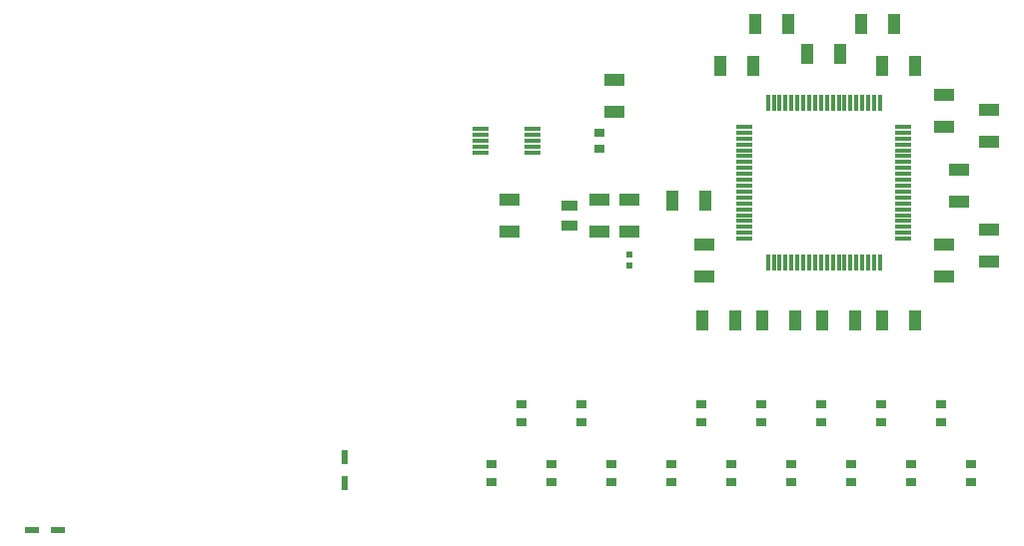
<source format=gtp>
%TF.GenerationSoftware,KiCad,Pcbnew,(6.0.8)*%
%TF.CreationDate,2023-02-04T19:59:28+01:00*%
%TF.ProjectId,Research Prototype,52657365-6172-4636-9820-50726f746f74,rev?*%
%TF.SameCoordinates,Original*%
%TF.FileFunction,Paste,Top*%
%TF.FilePolarity,Positive*%
%FSLAX46Y46*%
G04 Gerber Fmt 4.6, Leading zero omitted, Abs format (unit mm)*
G04 Created by KiCad (PCBNEW (6.0.8)) date 2023-02-04 19:59:28*
%MOMM*%
%LPD*%
G01*
G04 APERTURE LIST*
%ADD10R,1.820000X1.050000*%
%ADD11R,1.050000X1.820000*%
%ADD12R,0.900000X0.650000*%
%ADD13R,1.430000X0.940000*%
%ADD14R,1.400000X0.300000*%
%ADD15R,0.500000X1.250000*%
%ADD16R,0.940000X0.750000*%
%ADD17R,1.475000X0.300000*%
%ADD18R,0.300000X1.475000*%
%ADD19R,1.250000X0.500000*%
%ADD20R,0.620000X0.600000*%
G04 APERTURE END LIST*
D10*
X170180000Y-64650000D03*
X170180000Y-67430000D03*
D11*
X189110000Y-74930000D03*
X191890000Y-74930000D03*
D12*
X194056000Y-83529000D03*
X194056000Y-82079000D03*
X168656000Y-83529000D03*
X168656000Y-82079000D03*
D11*
X184030000Y-74930000D03*
X186810000Y-74930000D03*
D12*
X178816000Y-83529000D03*
X178816000Y-82079000D03*
X183896000Y-83529000D03*
X183896000Y-82079000D03*
X186436000Y-88609000D03*
X186436000Y-87159000D03*
D13*
X167640000Y-65220000D03*
X167640000Y-66860000D03*
D12*
X199136000Y-83529000D03*
X199136000Y-82079000D03*
X176276000Y-88609000D03*
X176276000Y-87159000D03*
D11*
X195192000Y-49784000D03*
X192412000Y-49784000D03*
D12*
X191516000Y-88609000D03*
X191516000Y-87159000D03*
X196596000Y-88609000D03*
X196596000Y-87159000D03*
X163576000Y-83529000D03*
X163576000Y-82079000D03*
D14*
X164506000Y-60690000D03*
X164506000Y-60190000D03*
X164506000Y-59690000D03*
X164506000Y-59190000D03*
X164506000Y-58690000D03*
X160106000Y-58690000D03*
X160106000Y-59190000D03*
X160106000Y-59690000D03*
X160106000Y-60190000D03*
X160106000Y-60690000D03*
D15*
X148590000Y-86530000D03*
X148590000Y-88730000D03*
D11*
X180474000Y-53340000D03*
X183254000Y-53340000D03*
D10*
X179070000Y-71240000D03*
X179070000Y-68460000D03*
D12*
X161036000Y-88609000D03*
X161036000Y-87159000D03*
X181356000Y-88609000D03*
X181356000Y-87159000D03*
D11*
X190620000Y-52324000D03*
X187840000Y-52324000D03*
D12*
X188976000Y-83529000D03*
X188976000Y-82079000D03*
D11*
X196970000Y-74930000D03*
X194190000Y-74930000D03*
D16*
X170180000Y-60390000D03*
X170180000Y-58990000D03*
D10*
X162560000Y-64650000D03*
X162560000Y-67430000D03*
D12*
X201676000Y-88609000D03*
X201676000Y-87159000D03*
D10*
X203200000Y-67190000D03*
X203200000Y-69970000D03*
X172720000Y-67430000D03*
X172720000Y-64650000D03*
D17*
X182492000Y-58496000D03*
X182492000Y-58996000D03*
X182492000Y-59496000D03*
X182492000Y-59996000D03*
X182492000Y-60496000D03*
X182492000Y-60996000D03*
X182492000Y-61496000D03*
X182492000Y-61996000D03*
X182492000Y-62496000D03*
X182492000Y-62996000D03*
X182492000Y-63496000D03*
X182492000Y-63996000D03*
X182492000Y-64496000D03*
X182492000Y-64996000D03*
X182492000Y-65496000D03*
X182492000Y-65996000D03*
X182492000Y-66496000D03*
X182492000Y-66996000D03*
X182492000Y-67496000D03*
X182492000Y-67996000D03*
D18*
X184480000Y-69984000D03*
X184980000Y-69984000D03*
X185480000Y-69984000D03*
X185980000Y-69984000D03*
X186480000Y-69984000D03*
X186980000Y-69984000D03*
X187480000Y-69984000D03*
X187980000Y-69984000D03*
X188480000Y-69984000D03*
X188980000Y-69984000D03*
X189480000Y-69984000D03*
X189980000Y-69984000D03*
X190480000Y-69984000D03*
X190980000Y-69984000D03*
X191480000Y-69984000D03*
X191980000Y-69984000D03*
X192480000Y-69984000D03*
X192980000Y-69984000D03*
X193480000Y-69984000D03*
X193980000Y-69984000D03*
D17*
X195968000Y-67996000D03*
X195968000Y-67496000D03*
X195968000Y-66996000D03*
X195968000Y-66496000D03*
X195968000Y-65996000D03*
X195968000Y-65496000D03*
X195968000Y-64996000D03*
X195968000Y-64496000D03*
X195968000Y-63996000D03*
X195968000Y-63496000D03*
X195968000Y-62996000D03*
X195968000Y-62496000D03*
X195968000Y-61996000D03*
X195968000Y-61496000D03*
X195968000Y-60996000D03*
X195968000Y-60496000D03*
X195968000Y-59996000D03*
X195968000Y-59496000D03*
X195968000Y-58996000D03*
X195968000Y-58496000D03*
D18*
X193980000Y-56508000D03*
X193480000Y-56508000D03*
X192980000Y-56508000D03*
X192480000Y-56508000D03*
X191980000Y-56508000D03*
X191480000Y-56508000D03*
X190980000Y-56508000D03*
X190480000Y-56508000D03*
X189980000Y-56508000D03*
X189480000Y-56508000D03*
X188980000Y-56508000D03*
X188480000Y-56508000D03*
X187980000Y-56508000D03*
X187480000Y-56508000D03*
X186980000Y-56508000D03*
X186480000Y-56508000D03*
X185980000Y-56508000D03*
X185480000Y-56508000D03*
X184980000Y-56508000D03*
X184480000Y-56508000D03*
D10*
X199390000Y-55760000D03*
X199390000Y-58540000D03*
X171450000Y-57270000D03*
X171450000Y-54490000D03*
D11*
X178950000Y-74930000D03*
X181730000Y-74930000D03*
D19*
X122090000Y-92710000D03*
X124290000Y-92710000D03*
D11*
X179190000Y-64770000D03*
X176410000Y-64770000D03*
D12*
X166116000Y-88609000D03*
X166116000Y-87159000D03*
D10*
X199390000Y-68460000D03*
X199390000Y-71240000D03*
D11*
X196970000Y-53340000D03*
X194190000Y-53340000D03*
D12*
X171196000Y-88609000D03*
X171196000Y-87159000D03*
D10*
X203200000Y-57030000D03*
X203200000Y-59810000D03*
D20*
X172720000Y-69342000D03*
X172720000Y-70262000D03*
D10*
X200660000Y-62110000D03*
X200660000Y-64890000D03*
D11*
X186182000Y-49784000D03*
X183402000Y-49784000D03*
M02*

</source>
